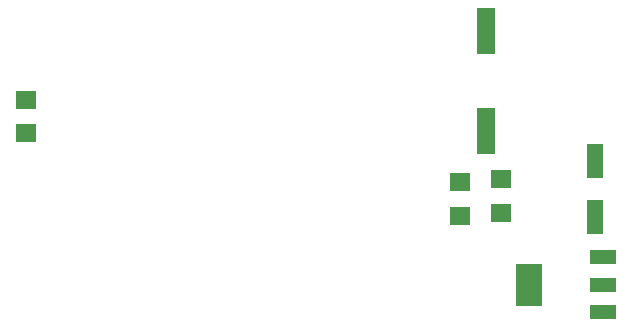
<source format=gbr>
G04 EAGLE Gerber RS-274X export*
G75*
%MOMM*%
%FSLAX34Y34*%
%LPD*%
%INSolderpaste Top*%
%IPPOS*%
%AMOC8*
5,1,8,0,0,1.08239X$1,22.5*%
G01*
%ADD10R,1.803000X1.600000*%
%ADD11R,1.600000X3.900000*%
%ADD12R,1.400000X3.000000*%
%ADD13R,2.235000X1.219000*%
%ADD14R,2.200000X3.600000*%


D10*
X105000Y250780D03*
X105000Y279220D03*
D11*
X495000Y337500D03*
X495000Y252500D03*
D12*
X587000Y227500D03*
X587000Y179500D03*
D10*
X507500Y211720D03*
X507500Y183280D03*
X472500Y180780D03*
X472500Y209220D03*
D13*
X593490Y99390D03*
X593490Y122500D03*
X593490Y145610D03*
D14*
X531510Y122500D03*
M02*

</source>
